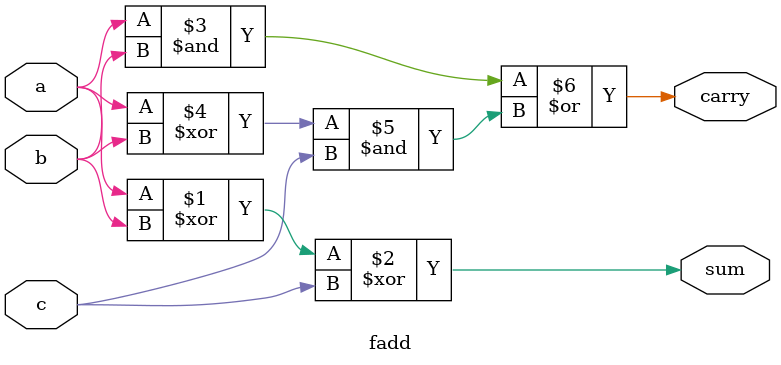
<source format=v>
module fadd(sum,carry,a,b,c);
  output sum, carry;
  input a, b,c;
  assign sum = (a ^ b)^c;
  assign carry = a & b | (a^b)&c; 
endmodule

</source>
